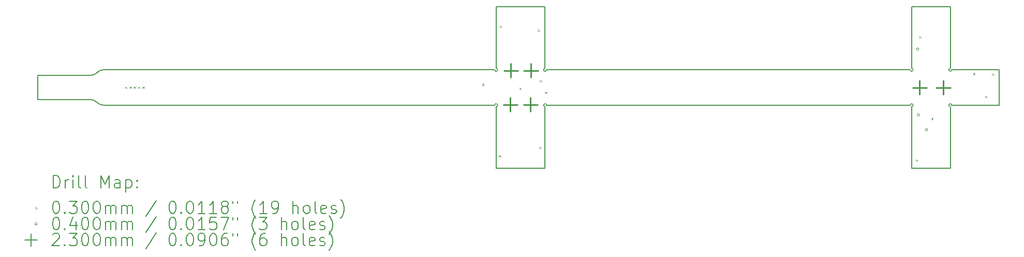
<source format=gbr>
%TF.GenerationSoftware,KiCad,Pcbnew,7.0.7*%
%TF.CreationDate,2024-05-14T22:47:57+02:00*%
%TF.ProjectId,Pinky_V1,50696e6b-795f-4563-912e-6b696361645f,rev?*%
%TF.SameCoordinates,Original*%
%TF.FileFunction,Drillmap*%
%TF.FilePolarity,Positive*%
%FSLAX45Y45*%
G04 Gerber Fmt 4.5, Leading zero omitted, Abs format (unit mm)*
G04 Created by KiCad (PCBNEW 7.0.7) date 2024-05-14 22:47:57*
%MOMM*%
%LPD*%
G01*
G04 APERTURE LIST*
%ADD10C,0.200000*%
%ADD11C,0.030000*%
%ADD12C,0.040000*%
%ADD13C,0.230000*%
G04 APERTURE END LIST*
D10*
X20488000Y-12114400D02*
X14538000Y-12114400D01*
X13713000Y-10499400D02*
X14513000Y-10499400D01*
X20488000Y-11534400D02*
G75*
G03*
X20513000Y-11509400I25000J0D01*
G01*
X14513000Y-10499400D02*
X14513000Y-11509400D01*
X13713000Y-13149400D02*
X13713000Y-12139400D01*
X21143000Y-10499400D02*
X21143000Y-11509400D01*
X14513000Y-11509400D02*
G75*
G03*
X14538000Y-11534400I0J-25000D01*
G01*
X14538000Y-11534400D02*
X20488000Y-11534400D01*
X13688000Y-11534400D02*
G75*
G03*
X13713000Y-11509400I25000J0D01*
G01*
X21943000Y-11534400D02*
X21943000Y-12114400D01*
X14513000Y-12139400D02*
X14513000Y-13149400D01*
X20513000Y-11509400D02*
X20513000Y-10499400D01*
X14513000Y-13149400D02*
X13713000Y-13149400D01*
X21143000Y-11509400D02*
G75*
G03*
X21168000Y-11534400I0J-25000D01*
G01*
X6213000Y-11624400D02*
X7075522Y-11624400D01*
X21168000Y-12114400D02*
G75*
G03*
X21143000Y-12139400I-25000J0D01*
G01*
X14538000Y-12114400D02*
G75*
G03*
X14513000Y-12139400I-25000J0D01*
G01*
X20513000Y-10499400D02*
X21143000Y-10499400D01*
X21143000Y-13149400D02*
X20513000Y-13149400D01*
X21943000Y-12114400D02*
X21168000Y-12114400D01*
X7289765Y-11534404D02*
G75*
G03*
X7182644Y-11579400I-5J-149996D01*
G01*
X7289765Y-11534400D02*
X13688000Y-11534400D01*
X6213000Y-12024400D02*
X6213000Y-11624400D01*
X7182641Y-12069403D02*
G75*
G03*
X7289765Y-12114400I107119J105003D01*
G01*
X7075522Y-12024400D02*
X6213000Y-12024400D01*
X21168000Y-11534400D02*
X21943000Y-11534400D01*
X13713000Y-11509400D02*
X13713000Y-10499400D01*
X13688000Y-12114400D02*
X7289765Y-12114400D01*
X21143000Y-12139400D02*
X21143000Y-13149400D01*
X20513000Y-12139400D02*
G75*
G03*
X20488000Y-12114400I0J25000D01*
G01*
X20513000Y-13149400D02*
X20513000Y-12139400D01*
X7182645Y-12069399D02*
G75*
G03*
X7075522Y-12024400I-107125J-105011D01*
G01*
X7075522Y-11624402D02*
G75*
G03*
X7182644Y-11579400I-3J150002D01*
G01*
X13713000Y-12139400D02*
G75*
G03*
X13688000Y-12114400I0J25000D01*
G01*
D11*
X7642372Y-11810400D02*
X7672372Y-11840400D01*
X7672372Y-11810400D02*
X7642372Y-11840400D01*
X7712372Y-11810400D02*
X7742372Y-11840400D01*
X7742372Y-11810400D02*
X7712372Y-11840400D01*
X7782372Y-11810400D02*
X7812372Y-11840400D01*
X7812372Y-11810400D02*
X7782372Y-11840400D01*
X7852372Y-11810400D02*
X7882372Y-11840400D01*
X7882372Y-11810400D02*
X7852372Y-11840400D01*
X7922372Y-11810400D02*
X7952372Y-11840400D01*
X7952372Y-11810400D02*
X7922372Y-11840400D01*
X13482000Y-11761400D02*
X13512000Y-11791400D01*
X13512000Y-11761400D02*
X13482000Y-11791400D01*
X13756000Y-12933400D02*
X13786000Y-12963400D01*
X13786000Y-12933400D02*
X13756000Y-12963400D01*
X13770000Y-10808399D02*
X13800000Y-10838399D01*
X13800000Y-10808399D02*
X13770000Y-10838399D01*
X14093000Y-11826400D02*
X14123000Y-11856400D01*
X14123000Y-11826400D02*
X14093000Y-11856400D01*
X14393000Y-10873400D02*
X14423000Y-10903400D01*
X14423000Y-10873400D02*
X14393000Y-10903400D01*
X14418000Y-12796400D02*
X14448000Y-12826400D01*
X14448000Y-12796400D02*
X14418000Y-12826400D01*
X14425000Y-11705400D02*
X14455000Y-11735400D01*
X14455000Y-11705400D02*
X14425000Y-11735400D01*
X14510000Y-11895400D02*
X14540000Y-11925400D01*
X14540000Y-11895400D02*
X14510000Y-11925400D01*
X20578000Y-13003398D02*
X20608000Y-13033398D01*
X20608000Y-13003398D02*
X20578000Y-13033398D01*
X20632000Y-10985400D02*
X20662000Y-11015400D01*
X20662000Y-10985400D02*
X20632000Y-11015400D01*
X20831000Y-12319400D02*
X20861000Y-12349400D01*
X20861000Y-12319400D02*
X20831000Y-12349400D01*
X21517000Y-11584350D02*
X21547000Y-11614350D01*
X21547000Y-11584350D02*
X21517000Y-11614350D01*
X21713000Y-11961400D02*
X21743000Y-11991400D01*
X21743000Y-11961400D02*
X21713000Y-11991400D01*
X21826000Y-11592400D02*
X21856000Y-11622400D01*
X21856000Y-11592400D02*
X21826000Y-11622400D01*
D12*
X20629000Y-11194400D02*
G75*
G03*
X20629000Y-11194400I-20000J0D01*
G01*
X20643000Y-12271400D02*
G75*
G03*
X20643000Y-12271400I-20000J0D01*
G01*
X20773000Y-12511400D02*
G75*
G03*
X20773000Y-12511400I-20000J0D01*
G01*
D13*
X13943000Y-11991400D02*
X13943000Y-12221400D01*
X13828000Y-12106400D02*
X14058000Y-12106400D01*
X13953000Y-11431400D02*
X13953000Y-11661400D01*
X13838000Y-11546400D02*
X14068000Y-11546400D01*
X14273000Y-11991400D02*
X14273000Y-12221400D01*
X14158000Y-12106400D02*
X14388000Y-12106400D01*
X14281000Y-11431400D02*
X14281000Y-11661400D01*
X14166000Y-11546400D02*
X14396000Y-11546400D01*
X20643000Y-11711400D02*
X20643000Y-11941400D01*
X20528000Y-11826400D02*
X20758000Y-11826400D01*
X21028000Y-11711400D02*
X21028000Y-11941400D01*
X20913000Y-11826400D02*
X21143000Y-11826400D01*
D10*
X6463776Y-13470884D02*
X6463776Y-13270884D01*
X6463776Y-13270884D02*
X6511395Y-13270884D01*
X6511395Y-13270884D02*
X6539967Y-13280408D01*
X6539967Y-13280408D02*
X6559015Y-13299455D01*
X6559015Y-13299455D02*
X6568538Y-13318503D01*
X6568538Y-13318503D02*
X6578062Y-13356598D01*
X6578062Y-13356598D02*
X6578062Y-13385170D01*
X6578062Y-13385170D02*
X6568538Y-13423265D01*
X6568538Y-13423265D02*
X6559015Y-13442313D01*
X6559015Y-13442313D02*
X6539967Y-13461360D01*
X6539967Y-13461360D02*
X6511395Y-13470884D01*
X6511395Y-13470884D02*
X6463776Y-13470884D01*
X6663776Y-13470884D02*
X6663776Y-13337551D01*
X6663776Y-13375646D02*
X6673300Y-13356598D01*
X6673300Y-13356598D02*
X6682824Y-13347074D01*
X6682824Y-13347074D02*
X6701872Y-13337551D01*
X6701872Y-13337551D02*
X6720919Y-13337551D01*
X6787586Y-13470884D02*
X6787586Y-13337551D01*
X6787586Y-13270884D02*
X6778062Y-13280408D01*
X6778062Y-13280408D02*
X6787586Y-13289932D01*
X6787586Y-13289932D02*
X6797110Y-13280408D01*
X6797110Y-13280408D02*
X6787586Y-13270884D01*
X6787586Y-13270884D02*
X6787586Y-13289932D01*
X6911395Y-13470884D02*
X6892348Y-13461360D01*
X6892348Y-13461360D02*
X6882824Y-13442313D01*
X6882824Y-13442313D02*
X6882824Y-13270884D01*
X7016157Y-13470884D02*
X6997110Y-13461360D01*
X6997110Y-13461360D02*
X6987586Y-13442313D01*
X6987586Y-13442313D02*
X6987586Y-13270884D01*
X7244729Y-13470884D02*
X7244729Y-13270884D01*
X7244729Y-13270884D02*
X7311396Y-13413741D01*
X7311396Y-13413741D02*
X7378062Y-13270884D01*
X7378062Y-13270884D02*
X7378062Y-13470884D01*
X7559015Y-13470884D02*
X7559015Y-13366122D01*
X7559015Y-13366122D02*
X7549491Y-13347074D01*
X7549491Y-13347074D02*
X7530443Y-13337551D01*
X7530443Y-13337551D02*
X7492348Y-13337551D01*
X7492348Y-13337551D02*
X7473300Y-13347074D01*
X7559015Y-13461360D02*
X7539967Y-13470884D01*
X7539967Y-13470884D02*
X7492348Y-13470884D01*
X7492348Y-13470884D02*
X7473300Y-13461360D01*
X7473300Y-13461360D02*
X7463776Y-13442313D01*
X7463776Y-13442313D02*
X7463776Y-13423265D01*
X7463776Y-13423265D02*
X7473300Y-13404217D01*
X7473300Y-13404217D02*
X7492348Y-13394694D01*
X7492348Y-13394694D02*
X7539967Y-13394694D01*
X7539967Y-13394694D02*
X7559015Y-13385170D01*
X7654253Y-13337551D02*
X7654253Y-13537551D01*
X7654253Y-13347074D02*
X7673300Y-13337551D01*
X7673300Y-13337551D02*
X7711396Y-13337551D01*
X7711396Y-13337551D02*
X7730443Y-13347074D01*
X7730443Y-13347074D02*
X7739967Y-13356598D01*
X7739967Y-13356598D02*
X7749491Y-13375646D01*
X7749491Y-13375646D02*
X7749491Y-13432789D01*
X7749491Y-13432789D02*
X7739967Y-13451836D01*
X7739967Y-13451836D02*
X7730443Y-13461360D01*
X7730443Y-13461360D02*
X7711396Y-13470884D01*
X7711396Y-13470884D02*
X7673300Y-13470884D01*
X7673300Y-13470884D02*
X7654253Y-13461360D01*
X7835205Y-13451836D02*
X7844729Y-13461360D01*
X7844729Y-13461360D02*
X7835205Y-13470884D01*
X7835205Y-13470884D02*
X7825681Y-13461360D01*
X7825681Y-13461360D02*
X7835205Y-13451836D01*
X7835205Y-13451836D02*
X7835205Y-13470884D01*
X7835205Y-13347074D02*
X7844729Y-13356598D01*
X7844729Y-13356598D02*
X7835205Y-13366122D01*
X7835205Y-13366122D02*
X7825681Y-13356598D01*
X7825681Y-13356598D02*
X7835205Y-13347074D01*
X7835205Y-13347074D02*
X7835205Y-13366122D01*
D11*
X6173000Y-13784400D02*
X6203000Y-13814400D01*
X6203000Y-13784400D02*
X6173000Y-13814400D01*
D10*
X6501872Y-13690884D02*
X6520919Y-13690884D01*
X6520919Y-13690884D02*
X6539967Y-13700408D01*
X6539967Y-13700408D02*
X6549491Y-13709932D01*
X6549491Y-13709932D02*
X6559015Y-13728979D01*
X6559015Y-13728979D02*
X6568538Y-13767074D01*
X6568538Y-13767074D02*
X6568538Y-13814694D01*
X6568538Y-13814694D02*
X6559015Y-13852789D01*
X6559015Y-13852789D02*
X6549491Y-13871836D01*
X6549491Y-13871836D02*
X6539967Y-13881360D01*
X6539967Y-13881360D02*
X6520919Y-13890884D01*
X6520919Y-13890884D02*
X6501872Y-13890884D01*
X6501872Y-13890884D02*
X6482824Y-13881360D01*
X6482824Y-13881360D02*
X6473300Y-13871836D01*
X6473300Y-13871836D02*
X6463776Y-13852789D01*
X6463776Y-13852789D02*
X6454253Y-13814694D01*
X6454253Y-13814694D02*
X6454253Y-13767074D01*
X6454253Y-13767074D02*
X6463776Y-13728979D01*
X6463776Y-13728979D02*
X6473300Y-13709932D01*
X6473300Y-13709932D02*
X6482824Y-13700408D01*
X6482824Y-13700408D02*
X6501872Y-13690884D01*
X6654253Y-13871836D02*
X6663776Y-13881360D01*
X6663776Y-13881360D02*
X6654253Y-13890884D01*
X6654253Y-13890884D02*
X6644729Y-13881360D01*
X6644729Y-13881360D02*
X6654253Y-13871836D01*
X6654253Y-13871836D02*
X6654253Y-13890884D01*
X6730443Y-13690884D02*
X6854253Y-13690884D01*
X6854253Y-13690884D02*
X6787586Y-13767074D01*
X6787586Y-13767074D02*
X6816157Y-13767074D01*
X6816157Y-13767074D02*
X6835205Y-13776598D01*
X6835205Y-13776598D02*
X6844729Y-13786122D01*
X6844729Y-13786122D02*
X6854253Y-13805170D01*
X6854253Y-13805170D02*
X6854253Y-13852789D01*
X6854253Y-13852789D02*
X6844729Y-13871836D01*
X6844729Y-13871836D02*
X6835205Y-13881360D01*
X6835205Y-13881360D02*
X6816157Y-13890884D01*
X6816157Y-13890884D02*
X6759015Y-13890884D01*
X6759015Y-13890884D02*
X6739967Y-13881360D01*
X6739967Y-13881360D02*
X6730443Y-13871836D01*
X6978062Y-13690884D02*
X6997110Y-13690884D01*
X6997110Y-13690884D02*
X7016157Y-13700408D01*
X7016157Y-13700408D02*
X7025681Y-13709932D01*
X7025681Y-13709932D02*
X7035205Y-13728979D01*
X7035205Y-13728979D02*
X7044729Y-13767074D01*
X7044729Y-13767074D02*
X7044729Y-13814694D01*
X7044729Y-13814694D02*
X7035205Y-13852789D01*
X7035205Y-13852789D02*
X7025681Y-13871836D01*
X7025681Y-13871836D02*
X7016157Y-13881360D01*
X7016157Y-13881360D02*
X6997110Y-13890884D01*
X6997110Y-13890884D02*
X6978062Y-13890884D01*
X6978062Y-13890884D02*
X6959015Y-13881360D01*
X6959015Y-13881360D02*
X6949491Y-13871836D01*
X6949491Y-13871836D02*
X6939967Y-13852789D01*
X6939967Y-13852789D02*
X6930443Y-13814694D01*
X6930443Y-13814694D02*
X6930443Y-13767074D01*
X6930443Y-13767074D02*
X6939967Y-13728979D01*
X6939967Y-13728979D02*
X6949491Y-13709932D01*
X6949491Y-13709932D02*
X6959015Y-13700408D01*
X6959015Y-13700408D02*
X6978062Y-13690884D01*
X7168538Y-13690884D02*
X7187586Y-13690884D01*
X7187586Y-13690884D02*
X7206634Y-13700408D01*
X7206634Y-13700408D02*
X7216157Y-13709932D01*
X7216157Y-13709932D02*
X7225681Y-13728979D01*
X7225681Y-13728979D02*
X7235205Y-13767074D01*
X7235205Y-13767074D02*
X7235205Y-13814694D01*
X7235205Y-13814694D02*
X7225681Y-13852789D01*
X7225681Y-13852789D02*
X7216157Y-13871836D01*
X7216157Y-13871836D02*
X7206634Y-13881360D01*
X7206634Y-13881360D02*
X7187586Y-13890884D01*
X7187586Y-13890884D02*
X7168538Y-13890884D01*
X7168538Y-13890884D02*
X7149491Y-13881360D01*
X7149491Y-13881360D02*
X7139967Y-13871836D01*
X7139967Y-13871836D02*
X7130443Y-13852789D01*
X7130443Y-13852789D02*
X7120919Y-13814694D01*
X7120919Y-13814694D02*
X7120919Y-13767074D01*
X7120919Y-13767074D02*
X7130443Y-13728979D01*
X7130443Y-13728979D02*
X7139967Y-13709932D01*
X7139967Y-13709932D02*
X7149491Y-13700408D01*
X7149491Y-13700408D02*
X7168538Y-13690884D01*
X7320919Y-13890884D02*
X7320919Y-13757551D01*
X7320919Y-13776598D02*
X7330443Y-13767074D01*
X7330443Y-13767074D02*
X7349491Y-13757551D01*
X7349491Y-13757551D02*
X7378062Y-13757551D01*
X7378062Y-13757551D02*
X7397110Y-13767074D01*
X7397110Y-13767074D02*
X7406634Y-13786122D01*
X7406634Y-13786122D02*
X7406634Y-13890884D01*
X7406634Y-13786122D02*
X7416157Y-13767074D01*
X7416157Y-13767074D02*
X7435205Y-13757551D01*
X7435205Y-13757551D02*
X7463776Y-13757551D01*
X7463776Y-13757551D02*
X7482824Y-13767074D01*
X7482824Y-13767074D02*
X7492348Y-13786122D01*
X7492348Y-13786122D02*
X7492348Y-13890884D01*
X7587586Y-13890884D02*
X7587586Y-13757551D01*
X7587586Y-13776598D02*
X7597110Y-13767074D01*
X7597110Y-13767074D02*
X7616157Y-13757551D01*
X7616157Y-13757551D02*
X7644729Y-13757551D01*
X7644729Y-13757551D02*
X7663777Y-13767074D01*
X7663777Y-13767074D02*
X7673300Y-13786122D01*
X7673300Y-13786122D02*
X7673300Y-13890884D01*
X7673300Y-13786122D02*
X7682824Y-13767074D01*
X7682824Y-13767074D02*
X7701872Y-13757551D01*
X7701872Y-13757551D02*
X7730443Y-13757551D01*
X7730443Y-13757551D02*
X7749491Y-13767074D01*
X7749491Y-13767074D02*
X7759015Y-13786122D01*
X7759015Y-13786122D02*
X7759015Y-13890884D01*
X8149491Y-13681360D02*
X7978062Y-13938503D01*
X8406634Y-13690884D02*
X8425682Y-13690884D01*
X8425682Y-13690884D02*
X8444729Y-13700408D01*
X8444729Y-13700408D02*
X8454253Y-13709932D01*
X8454253Y-13709932D02*
X8463777Y-13728979D01*
X8463777Y-13728979D02*
X8473301Y-13767074D01*
X8473301Y-13767074D02*
X8473301Y-13814694D01*
X8473301Y-13814694D02*
X8463777Y-13852789D01*
X8463777Y-13852789D02*
X8454253Y-13871836D01*
X8454253Y-13871836D02*
X8444729Y-13881360D01*
X8444729Y-13881360D02*
X8425682Y-13890884D01*
X8425682Y-13890884D02*
X8406634Y-13890884D01*
X8406634Y-13890884D02*
X8387586Y-13881360D01*
X8387586Y-13881360D02*
X8378062Y-13871836D01*
X8378062Y-13871836D02*
X8368539Y-13852789D01*
X8368539Y-13852789D02*
X8359015Y-13814694D01*
X8359015Y-13814694D02*
X8359015Y-13767074D01*
X8359015Y-13767074D02*
X8368539Y-13728979D01*
X8368539Y-13728979D02*
X8378062Y-13709932D01*
X8378062Y-13709932D02*
X8387586Y-13700408D01*
X8387586Y-13700408D02*
X8406634Y-13690884D01*
X8559015Y-13871836D02*
X8568539Y-13881360D01*
X8568539Y-13881360D02*
X8559015Y-13890884D01*
X8559015Y-13890884D02*
X8549491Y-13881360D01*
X8549491Y-13881360D02*
X8559015Y-13871836D01*
X8559015Y-13871836D02*
X8559015Y-13890884D01*
X8692348Y-13690884D02*
X8711396Y-13690884D01*
X8711396Y-13690884D02*
X8730443Y-13700408D01*
X8730443Y-13700408D02*
X8739967Y-13709932D01*
X8739967Y-13709932D02*
X8749491Y-13728979D01*
X8749491Y-13728979D02*
X8759015Y-13767074D01*
X8759015Y-13767074D02*
X8759015Y-13814694D01*
X8759015Y-13814694D02*
X8749491Y-13852789D01*
X8749491Y-13852789D02*
X8739967Y-13871836D01*
X8739967Y-13871836D02*
X8730443Y-13881360D01*
X8730443Y-13881360D02*
X8711396Y-13890884D01*
X8711396Y-13890884D02*
X8692348Y-13890884D01*
X8692348Y-13890884D02*
X8673301Y-13881360D01*
X8673301Y-13881360D02*
X8663777Y-13871836D01*
X8663777Y-13871836D02*
X8654253Y-13852789D01*
X8654253Y-13852789D02*
X8644729Y-13814694D01*
X8644729Y-13814694D02*
X8644729Y-13767074D01*
X8644729Y-13767074D02*
X8654253Y-13728979D01*
X8654253Y-13728979D02*
X8663777Y-13709932D01*
X8663777Y-13709932D02*
X8673301Y-13700408D01*
X8673301Y-13700408D02*
X8692348Y-13690884D01*
X8949491Y-13890884D02*
X8835205Y-13890884D01*
X8892348Y-13890884D02*
X8892348Y-13690884D01*
X8892348Y-13690884D02*
X8873301Y-13719455D01*
X8873301Y-13719455D02*
X8854253Y-13738503D01*
X8854253Y-13738503D02*
X8835205Y-13748027D01*
X9139967Y-13890884D02*
X9025682Y-13890884D01*
X9082824Y-13890884D02*
X9082824Y-13690884D01*
X9082824Y-13690884D02*
X9063777Y-13719455D01*
X9063777Y-13719455D02*
X9044729Y-13738503D01*
X9044729Y-13738503D02*
X9025682Y-13748027D01*
X9254253Y-13776598D02*
X9235205Y-13767074D01*
X9235205Y-13767074D02*
X9225682Y-13757551D01*
X9225682Y-13757551D02*
X9216158Y-13738503D01*
X9216158Y-13738503D02*
X9216158Y-13728979D01*
X9216158Y-13728979D02*
X9225682Y-13709932D01*
X9225682Y-13709932D02*
X9235205Y-13700408D01*
X9235205Y-13700408D02*
X9254253Y-13690884D01*
X9254253Y-13690884D02*
X9292348Y-13690884D01*
X9292348Y-13690884D02*
X9311396Y-13700408D01*
X9311396Y-13700408D02*
X9320920Y-13709932D01*
X9320920Y-13709932D02*
X9330443Y-13728979D01*
X9330443Y-13728979D02*
X9330443Y-13738503D01*
X9330443Y-13738503D02*
X9320920Y-13757551D01*
X9320920Y-13757551D02*
X9311396Y-13767074D01*
X9311396Y-13767074D02*
X9292348Y-13776598D01*
X9292348Y-13776598D02*
X9254253Y-13776598D01*
X9254253Y-13776598D02*
X9235205Y-13786122D01*
X9235205Y-13786122D02*
X9225682Y-13795646D01*
X9225682Y-13795646D02*
X9216158Y-13814694D01*
X9216158Y-13814694D02*
X9216158Y-13852789D01*
X9216158Y-13852789D02*
X9225682Y-13871836D01*
X9225682Y-13871836D02*
X9235205Y-13881360D01*
X9235205Y-13881360D02*
X9254253Y-13890884D01*
X9254253Y-13890884D02*
X9292348Y-13890884D01*
X9292348Y-13890884D02*
X9311396Y-13881360D01*
X9311396Y-13881360D02*
X9320920Y-13871836D01*
X9320920Y-13871836D02*
X9330443Y-13852789D01*
X9330443Y-13852789D02*
X9330443Y-13814694D01*
X9330443Y-13814694D02*
X9320920Y-13795646D01*
X9320920Y-13795646D02*
X9311396Y-13786122D01*
X9311396Y-13786122D02*
X9292348Y-13776598D01*
X9406634Y-13690884D02*
X9406634Y-13728979D01*
X9482824Y-13690884D02*
X9482824Y-13728979D01*
X9778063Y-13967074D02*
X9768539Y-13957551D01*
X9768539Y-13957551D02*
X9749491Y-13928979D01*
X9749491Y-13928979D02*
X9739967Y-13909932D01*
X9739967Y-13909932D02*
X9730444Y-13881360D01*
X9730444Y-13881360D02*
X9720920Y-13833741D01*
X9720920Y-13833741D02*
X9720920Y-13795646D01*
X9720920Y-13795646D02*
X9730444Y-13748027D01*
X9730444Y-13748027D02*
X9739967Y-13719455D01*
X9739967Y-13719455D02*
X9749491Y-13700408D01*
X9749491Y-13700408D02*
X9768539Y-13671836D01*
X9768539Y-13671836D02*
X9778063Y-13662313D01*
X9959015Y-13890884D02*
X9844729Y-13890884D01*
X9901872Y-13890884D02*
X9901872Y-13690884D01*
X9901872Y-13690884D02*
X9882824Y-13719455D01*
X9882824Y-13719455D02*
X9863777Y-13738503D01*
X9863777Y-13738503D02*
X9844729Y-13748027D01*
X10054253Y-13890884D02*
X10092348Y-13890884D01*
X10092348Y-13890884D02*
X10111396Y-13881360D01*
X10111396Y-13881360D02*
X10120920Y-13871836D01*
X10120920Y-13871836D02*
X10139967Y-13843265D01*
X10139967Y-13843265D02*
X10149491Y-13805170D01*
X10149491Y-13805170D02*
X10149491Y-13728979D01*
X10149491Y-13728979D02*
X10139967Y-13709932D01*
X10139967Y-13709932D02*
X10130444Y-13700408D01*
X10130444Y-13700408D02*
X10111396Y-13690884D01*
X10111396Y-13690884D02*
X10073301Y-13690884D01*
X10073301Y-13690884D02*
X10054253Y-13700408D01*
X10054253Y-13700408D02*
X10044729Y-13709932D01*
X10044729Y-13709932D02*
X10035205Y-13728979D01*
X10035205Y-13728979D02*
X10035205Y-13776598D01*
X10035205Y-13776598D02*
X10044729Y-13795646D01*
X10044729Y-13795646D02*
X10054253Y-13805170D01*
X10054253Y-13805170D02*
X10073301Y-13814694D01*
X10073301Y-13814694D02*
X10111396Y-13814694D01*
X10111396Y-13814694D02*
X10130444Y-13805170D01*
X10130444Y-13805170D02*
X10139967Y-13795646D01*
X10139967Y-13795646D02*
X10149491Y-13776598D01*
X10387586Y-13890884D02*
X10387586Y-13690884D01*
X10473301Y-13890884D02*
X10473301Y-13786122D01*
X10473301Y-13786122D02*
X10463777Y-13767074D01*
X10463777Y-13767074D02*
X10444729Y-13757551D01*
X10444729Y-13757551D02*
X10416158Y-13757551D01*
X10416158Y-13757551D02*
X10397110Y-13767074D01*
X10397110Y-13767074D02*
X10387586Y-13776598D01*
X10597110Y-13890884D02*
X10578063Y-13881360D01*
X10578063Y-13881360D02*
X10568539Y-13871836D01*
X10568539Y-13871836D02*
X10559015Y-13852789D01*
X10559015Y-13852789D02*
X10559015Y-13795646D01*
X10559015Y-13795646D02*
X10568539Y-13776598D01*
X10568539Y-13776598D02*
X10578063Y-13767074D01*
X10578063Y-13767074D02*
X10597110Y-13757551D01*
X10597110Y-13757551D02*
X10625682Y-13757551D01*
X10625682Y-13757551D02*
X10644729Y-13767074D01*
X10644729Y-13767074D02*
X10654253Y-13776598D01*
X10654253Y-13776598D02*
X10663777Y-13795646D01*
X10663777Y-13795646D02*
X10663777Y-13852789D01*
X10663777Y-13852789D02*
X10654253Y-13871836D01*
X10654253Y-13871836D02*
X10644729Y-13881360D01*
X10644729Y-13881360D02*
X10625682Y-13890884D01*
X10625682Y-13890884D02*
X10597110Y-13890884D01*
X10778063Y-13890884D02*
X10759015Y-13881360D01*
X10759015Y-13881360D02*
X10749491Y-13862313D01*
X10749491Y-13862313D02*
X10749491Y-13690884D01*
X10930444Y-13881360D02*
X10911396Y-13890884D01*
X10911396Y-13890884D02*
X10873301Y-13890884D01*
X10873301Y-13890884D02*
X10854253Y-13881360D01*
X10854253Y-13881360D02*
X10844729Y-13862313D01*
X10844729Y-13862313D02*
X10844729Y-13786122D01*
X10844729Y-13786122D02*
X10854253Y-13767074D01*
X10854253Y-13767074D02*
X10873301Y-13757551D01*
X10873301Y-13757551D02*
X10911396Y-13757551D01*
X10911396Y-13757551D02*
X10930444Y-13767074D01*
X10930444Y-13767074D02*
X10939967Y-13786122D01*
X10939967Y-13786122D02*
X10939967Y-13805170D01*
X10939967Y-13805170D02*
X10844729Y-13824217D01*
X11016158Y-13881360D02*
X11035206Y-13890884D01*
X11035206Y-13890884D02*
X11073301Y-13890884D01*
X11073301Y-13890884D02*
X11092348Y-13881360D01*
X11092348Y-13881360D02*
X11101872Y-13862313D01*
X11101872Y-13862313D02*
X11101872Y-13852789D01*
X11101872Y-13852789D02*
X11092348Y-13833741D01*
X11092348Y-13833741D02*
X11073301Y-13824217D01*
X11073301Y-13824217D02*
X11044729Y-13824217D01*
X11044729Y-13824217D02*
X11025682Y-13814694D01*
X11025682Y-13814694D02*
X11016158Y-13795646D01*
X11016158Y-13795646D02*
X11016158Y-13786122D01*
X11016158Y-13786122D02*
X11025682Y-13767074D01*
X11025682Y-13767074D02*
X11044729Y-13757551D01*
X11044729Y-13757551D02*
X11073301Y-13757551D01*
X11073301Y-13757551D02*
X11092348Y-13767074D01*
X11168539Y-13967074D02*
X11178063Y-13957551D01*
X11178063Y-13957551D02*
X11197110Y-13928979D01*
X11197110Y-13928979D02*
X11206634Y-13909932D01*
X11206634Y-13909932D02*
X11216158Y-13881360D01*
X11216158Y-13881360D02*
X11225682Y-13833741D01*
X11225682Y-13833741D02*
X11225682Y-13795646D01*
X11225682Y-13795646D02*
X11216158Y-13748027D01*
X11216158Y-13748027D02*
X11206634Y-13719455D01*
X11206634Y-13719455D02*
X11197110Y-13700408D01*
X11197110Y-13700408D02*
X11178063Y-13671836D01*
X11178063Y-13671836D02*
X11168539Y-13662313D01*
D12*
X6203000Y-14063400D02*
G75*
G03*
X6203000Y-14063400I-20000J0D01*
G01*
D10*
X6501872Y-13954884D02*
X6520919Y-13954884D01*
X6520919Y-13954884D02*
X6539967Y-13964408D01*
X6539967Y-13964408D02*
X6549491Y-13973932D01*
X6549491Y-13973932D02*
X6559015Y-13992979D01*
X6559015Y-13992979D02*
X6568538Y-14031074D01*
X6568538Y-14031074D02*
X6568538Y-14078694D01*
X6568538Y-14078694D02*
X6559015Y-14116789D01*
X6559015Y-14116789D02*
X6549491Y-14135836D01*
X6549491Y-14135836D02*
X6539967Y-14145360D01*
X6539967Y-14145360D02*
X6520919Y-14154884D01*
X6520919Y-14154884D02*
X6501872Y-14154884D01*
X6501872Y-14154884D02*
X6482824Y-14145360D01*
X6482824Y-14145360D02*
X6473300Y-14135836D01*
X6473300Y-14135836D02*
X6463776Y-14116789D01*
X6463776Y-14116789D02*
X6454253Y-14078694D01*
X6454253Y-14078694D02*
X6454253Y-14031074D01*
X6454253Y-14031074D02*
X6463776Y-13992979D01*
X6463776Y-13992979D02*
X6473300Y-13973932D01*
X6473300Y-13973932D02*
X6482824Y-13964408D01*
X6482824Y-13964408D02*
X6501872Y-13954884D01*
X6654253Y-14135836D02*
X6663776Y-14145360D01*
X6663776Y-14145360D02*
X6654253Y-14154884D01*
X6654253Y-14154884D02*
X6644729Y-14145360D01*
X6644729Y-14145360D02*
X6654253Y-14135836D01*
X6654253Y-14135836D02*
X6654253Y-14154884D01*
X6835205Y-14021551D02*
X6835205Y-14154884D01*
X6787586Y-13945360D02*
X6739967Y-14088217D01*
X6739967Y-14088217D02*
X6863776Y-14088217D01*
X6978062Y-13954884D02*
X6997110Y-13954884D01*
X6997110Y-13954884D02*
X7016157Y-13964408D01*
X7016157Y-13964408D02*
X7025681Y-13973932D01*
X7025681Y-13973932D02*
X7035205Y-13992979D01*
X7035205Y-13992979D02*
X7044729Y-14031074D01*
X7044729Y-14031074D02*
X7044729Y-14078694D01*
X7044729Y-14078694D02*
X7035205Y-14116789D01*
X7035205Y-14116789D02*
X7025681Y-14135836D01*
X7025681Y-14135836D02*
X7016157Y-14145360D01*
X7016157Y-14145360D02*
X6997110Y-14154884D01*
X6997110Y-14154884D02*
X6978062Y-14154884D01*
X6978062Y-14154884D02*
X6959015Y-14145360D01*
X6959015Y-14145360D02*
X6949491Y-14135836D01*
X6949491Y-14135836D02*
X6939967Y-14116789D01*
X6939967Y-14116789D02*
X6930443Y-14078694D01*
X6930443Y-14078694D02*
X6930443Y-14031074D01*
X6930443Y-14031074D02*
X6939967Y-13992979D01*
X6939967Y-13992979D02*
X6949491Y-13973932D01*
X6949491Y-13973932D02*
X6959015Y-13964408D01*
X6959015Y-13964408D02*
X6978062Y-13954884D01*
X7168538Y-13954884D02*
X7187586Y-13954884D01*
X7187586Y-13954884D02*
X7206634Y-13964408D01*
X7206634Y-13964408D02*
X7216157Y-13973932D01*
X7216157Y-13973932D02*
X7225681Y-13992979D01*
X7225681Y-13992979D02*
X7235205Y-14031074D01*
X7235205Y-14031074D02*
X7235205Y-14078694D01*
X7235205Y-14078694D02*
X7225681Y-14116789D01*
X7225681Y-14116789D02*
X7216157Y-14135836D01*
X7216157Y-14135836D02*
X7206634Y-14145360D01*
X7206634Y-14145360D02*
X7187586Y-14154884D01*
X7187586Y-14154884D02*
X7168538Y-14154884D01*
X7168538Y-14154884D02*
X7149491Y-14145360D01*
X7149491Y-14145360D02*
X7139967Y-14135836D01*
X7139967Y-14135836D02*
X7130443Y-14116789D01*
X7130443Y-14116789D02*
X7120919Y-14078694D01*
X7120919Y-14078694D02*
X7120919Y-14031074D01*
X7120919Y-14031074D02*
X7130443Y-13992979D01*
X7130443Y-13992979D02*
X7139967Y-13973932D01*
X7139967Y-13973932D02*
X7149491Y-13964408D01*
X7149491Y-13964408D02*
X7168538Y-13954884D01*
X7320919Y-14154884D02*
X7320919Y-14021551D01*
X7320919Y-14040598D02*
X7330443Y-14031074D01*
X7330443Y-14031074D02*
X7349491Y-14021551D01*
X7349491Y-14021551D02*
X7378062Y-14021551D01*
X7378062Y-14021551D02*
X7397110Y-14031074D01*
X7397110Y-14031074D02*
X7406634Y-14050122D01*
X7406634Y-14050122D02*
X7406634Y-14154884D01*
X7406634Y-14050122D02*
X7416157Y-14031074D01*
X7416157Y-14031074D02*
X7435205Y-14021551D01*
X7435205Y-14021551D02*
X7463776Y-14021551D01*
X7463776Y-14021551D02*
X7482824Y-14031074D01*
X7482824Y-14031074D02*
X7492348Y-14050122D01*
X7492348Y-14050122D02*
X7492348Y-14154884D01*
X7587586Y-14154884D02*
X7587586Y-14021551D01*
X7587586Y-14040598D02*
X7597110Y-14031074D01*
X7597110Y-14031074D02*
X7616157Y-14021551D01*
X7616157Y-14021551D02*
X7644729Y-14021551D01*
X7644729Y-14021551D02*
X7663777Y-14031074D01*
X7663777Y-14031074D02*
X7673300Y-14050122D01*
X7673300Y-14050122D02*
X7673300Y-14154884D01*
X7673300Y-14050122D02*
X7682824Y-14031074D01*
X7682824Y-14031074D02*
X7701872Y-14021551D01*
X7701872Y-14021551D02*
X7730443Y-14021551D01*
X7730443Y-14021551D02*
X7749491Y-14031074D01*
X7749491Y-14031074D02*
X7759015Y-14050122D01*
X7759015Y-14050122D02*
X7759015Y-14154884D01*
X8149491Y-13945360D02*
X7978062Y-14202503D01*
X8406634Y-13954884D02*
X8425682Y-13954884D01*
X8425682Y-13954884D02*
X8444729Y-13964408D01*
X8444729Y-13964408D02*
X8454253Y-13973932D01*
X8454253Y-13973932D02*
X8463777Y-13992979D01*
X8463777Y-13992979D02*
X8473301Y-14031074D01*
X8473301Y-14031074D02*
X8473301Y-14078694D01*
X8473301Y-14078694D02*
X8463777Y-14116789D01*
X8463777Y-14116789D02*
X8454253Y-14135836D01*
X8454253Y-14135836D02*
X8444729Y-14145360D01*
X8444729Y-14145360D02*
X8425682Y-14154884D01*
X8425682Y-14154884D02*
X8406634Y-14154884D01*
X8406634Y-14154884D02*
X8387586Y-14145360D01*
X8387586Y-14145360D02*
X8378062Y-14135836D01*
X8378062Y-14135836D02*
X8368539Y-14116789D01*
X8368539Y-14116789D02*
X8359015Y-14078694D01*
X8359015Y-14078694D02*
X8359015Y-14031074D01*
X8359015Y-14031074D02*
X8368539Y-13992979D01*
X8368539Y-13992979D02*
X8378062Y-13973932D01*
X8378062Y-13973932D02*
X8387586Y-13964408D01*
X8387586Y-13964408D02*
X8406634Y-13954884D01*
X8559015Y-14135836D02*
X8568539Y-14145360D01*
X8568539Y-14145360D02*
X8559015Y-14154884D01*
X8559015Y-14154884D02*
X8549491Y-14145360D01*
X8549491Y-14145360D02*
X8559015Y-14135836D01*
X8559015Y-14135836D02*
X8559015Y-14154884D01*
X8692348Y-13954884D02*
X8711396Y-13954884D01*
X8711396Y-13954884D02*
X8730443Y-13964408D01*
X8730443Y-13964408D02*
X8739967Y-13973932D01*
X8739967Y-13973932D02*
X8749491Y-13992979D01*
X8749491Y-13992979D02*
X8759015Y-14031074D01*
X8759015Y-14031074D02*
X8759015Y-14078694D01*
X8759015Y-14078694D02*
X8749491Y-14116789D01*
X8749491Y-14116789D02*
X8739967Y-14135836D01*
X8739967Y-14135836D02*
X8730443Y-14145360D01*
X8730443Y-14145360D02*
X8711396Y-14154884D01*
X8711396Y-14154884D02*
X8692348Y-14154884D01*
X8692348Y-14154884D02*
X8673301Y-14145360D01*
X8673301Y-14145360D02*
X8663777Y-14135836D01*
X8663777Y-14135836D02*
X8654253Y-14116789D01*
X8654253Y-14116789D02*
X8644729Y-14078694D01*
X8644729Y-14078694D02*
X8644729Y-14031074D01*
X8644729Y-14031074D02*
X8654253Y-13992979D01*
X8654253Y-13992979D02*
X8663777Y-13973932D01*
X8663777Y-13973932D02*
X8673301Y-13964408D01*
X8673301Y-13964408D02*
X8692348Y-13954884D01*
X8949491Y-14154884D02*
X8835205Y-14154884D01*
X8892348Y-14154884D02*
X8892348Y-13954884D01*
X8892348Y-13954884D02*
X8873301Y-13983455D01*
X8873301Y-13983455D02*
X8854253Y-14002503D01*
X8854253Y-14002503D02*
X8835205Y-14012027D01*
X9130443Y-13954884D02*
X9035205Y-13954884D01*
X9035205Y-13954884D02*
X9025682Y-14050122D01*
X9025682Y-14050122D02*
X9035205Y-14040598D01*
X9035205Y-14040598D02*
X9054253Y-14031074D01*
X9054253Y-14031074D02*
X9101872Y-14031074D01*
X9101872Y-14031074D02*
X9120920Y-14040598D01*
X9120920Y-14040598D02*
X9130443Y-14050122D01*
X9130443Y-14050122D02*
X9139967Y-14069170D01*
X9139967Y-14069170D02*
X9139967Y-14116789D01*
X9139967Y-14116789D02*
X9130443Y-14135836D01*
X9130443Y-14135836D02*
X9120920Y-14145360D01*
X9120920Y-14145360D02*
X9101872Y-14154884D01*
X9101872Y-14154884D02*
X9054253Y-14154884D01*
X9054253Y-14154884D02*
X9035205Y-14145360D01*
X9035205Y-14145360D02*
X9025682Y-14135836D01*
X9206634Y-13954884D02*
X9339967Y-13954884D01*
X9339967Y-13954884D02*
X9254253Y-14154884D01*
X9406634Y-13954884D02*
X9406634Y-13992979D01*
X9482824Y-13954884D02*
X9482824Y-13992979D01*
X9778063Y-14231074D02*
X9768539Y-14221551D01*
X9768539Y-14221551D02*
X9749491Y-14192979D01*
X9749491Y-14192979D02*
X9739967Y-14173932D01*
X9739967Y-14173932D02*
X9730444Y-14145360D01*
X9730444Y-14145360D02*
X9720920Y-14097741D01*
X9720920Y-14097741D02*
X9720920Y-14059646D01*
X9720920Y-14059646D02*
X9730444Y-14012027D01*
X9730444Y-14012027D02*
X9739967Y-13983455D01*
X9739967Y-13983455D02*
X9749491Y-13964408D01*
X9749491Y-13964408D02*
X9768539Y-13935836D01*
X9768539Y-13935836D02*
X9778063Y-13926313D01*
X9835205Y-13954884D02*
X9959015Y-13954884D01*
X9959015Y-13954884D02*
X9892348Y-14031074D01*
X9892348Y-14031074D02*
X9920920Y-14031074D01*
X9920920Y-14031074D02*
X9939967Y-14040598D01*
X9939967Y-14040598D02*
X9949491Y-14050122D01*
X9949491Y-14050122D02*
X9959015Y-14069170D01*
X9959015Y-14069170D02*
X9959015Y-14116789D01*
X9959015Y-14116789D02*
X9949491Y-14135836D01*
X9949491Y-14135836D02*
X9939967Y-14145360D01*
X9939967Y-14145360D02*
X9920920Y-14154884D01*
X9920920Y-14154884D02*
X9863777Y-14154884D01*
X9863777Y-14154884D02*
X9844729Y-14145360D01*
X9844729Y-14145360D02*
X9835205Y-14135836D01*
X10197110Y-14154884D02*
X10197110Y-13954884D01*
X10282825Y-14154884D02*
X10282825Y-14050122D01*
X10282825Y-14050122D02*
X10273301Y-14031074D01*
X10273301Y-14031074D02*
X10254253Y-14021551D01*
X10254253Y-14021551D02*
X10225682Y-14021551D01*
X10225682Y-14021551D02*
X10206634Y-14031074D01*
X10206634Y-14031074D02*
X10197110Y-14040598D01*
X10406634Y-14154884D02*
X10387586Y-14145360D01*
X10387586Y-14145360D02*
X10378063Y-14135836D01*
X10378063Y-14135836D02*
X10368539Y-14116789D01*
X10368539Y-14116789D02*
X10368539Y-14059646D01*
X10368539Y-14059646D02*
X10378063Y-14040598D01*
X10378063Y-14040598D02*
X10387586Y-14031074D01*
X10387586Y-14031074D02*
X10406634Y-14021551D01*
X10406634Y-14021551D02*
X10435206Y-14021551D01*
X10435206Y-14021551D02*
X10454253Y-14031074D01*
X10454253Y-14031074D02*
X10463777Y-14040598D01*
X10463777Y-14040598D02*
X10473301Y-14059646D01*
X10473301Y-14059646D02*
X10473301Y-14116789D01*
X10473301Y-14116789D02*
X10463777Y-14135836D01*
X10463777Y-14135836D02*
X10454253Y-14145360D01*
X10454253Y-14145360D02*
X10435206Y-14154884D01*
X10435206Y-14154884D02*
X10406634Y-14154884D01*
X10587586Y-14154884D02*
X10568539Y-14145360D01*
X10568539Y-14145360D02*
X10559015Y-14126313D01*
X10559015Y-14126313D02*
X10559015Y-13954884D01*
X10739967Y-14145360D02*
X10720920Y-14154884D01*
X10720920Y-14154884D02*
X10682825Y-14154884D01*
X10682825Y-14154884D02*
X10663777Y-14145360D01*
X10663777Y-14145360D02*
X10654253Y-14126313D01*
X10654253Y-14126313D02*
X10654253Y-14050122D01*
X10654253Y-14050122D02*
X10663777Y-14031074D01*
X10663777Y-14031074D02*
X10682825Y-14021551D01*
X10682825Y-14021551D02*
X10720920Y-14021551D01*
X10720920Y-14021551D02*
X10739967Y-14031074D01*
X10739967Y-14031074D02*
X10749491Y-14050122D01*
X10749491Y-14050122D02*
X10749491Y-14069170D01*
X10749491Y-14069170D02*
X10654253Y-14088217D01*
X10825682Y-14145360D02*
X10844729Y-14154884D01*
X10844729Y-14154884D02*
X10882825Y-14154884D01*
X10882825Y-14154884D02*
X10901872Y-14145360D01*
X10901872Y-14145360D02*
X10911396Y-14126313D01*
X10911396Y-14126313D02*
X10911396Y-14116789D01*
X10911396Y-14116789D02*
X10901872Y-14097741D01*
X10901872Y-14097741D02*
X10882825Y-14088217D01*
X10882825Y-14088217D02*
X10854253Y-14088217D01*
X10854253Y-14088217D02*
X10835206Y-14078694D01*
X10835206Y-14078694D02*
X10825682Y-14059646D01*
X10825682Y-14059646D02*
X10825682Y-14050122D01*
X10825682Y-14050122D02*
X10835206Y-14031074D01*
X10835206Y-14031074D02*
X10854253Y-14021551D01*
X10854253Y-14021551D02*
X10882825Y-14021551D01*
X10882825Y-14021551D02*
X10901872Y-14031074D01*
X10978063Y-14231074D02*
X10987587Y-14221551D01*
X10987587Y-14221551D02*
X11006634Y-14192979D01*
X11006634Y-14192979D02*
X11016158Y-14173932D01*
X11016158Y-14173932D02*
X11025682Y-14145360D01*
X11025682Y-14145360D02*
X11035206Y-14097741D01*
X11035206Y-14097741D02*
X11035206Y-14059646D01*
X11035206Y-14059646D02*
X11025682Y-14012027D01*
X11025682Y-14012027D02*
X11016158Y-13983455D01*
X11016158Y-13983455D02*
X11006634Y-13964408D01*
X11006634Y-13964408D02*
X10987587Y-13935836D01*
X10987587Y-13935836D02*
X10978063Y-13926313D01*
X6103000Y-14227400D02*
X6103000Y-14427400D01*
X6003000Y-14327400D02*
X6203000Y-14327400D01*
X6454253Y-14237932D02*
X6463776Y-14228408D01*
X6463776Y-14228408D02*
X6482824Y-14218884D01*
X6482824Y-14218884D02*
X6530443Y-14218884D01*
X6530443Y-14218884D02*
X6549491Y-14228408D01*
X6549491Y-14228408D02*
X6559015Y-14237932D01*
X6559015Y-14237932D02*
X6568538Y-14256979D01*
X6568538Y-14256979D02*
X6568538Y-14276027D01*
X6568538Y-14276027D02*
X6559015Y-14304598D01*
X6559015Y-14304598D02*
X6444729Y-14418884D01*
X6444729Y-14418884D02*
X6568538Y-14418884D01*
X6654253Y-14399836D02*
X6663776Y-14409360D01*
X6663776Y-14409360D02*
X6654253Y-14418884D01*
X6654253Y-14418884D02*
X6644729Y-14409360D01*
X6644729Y-14409360D02*
X6654253Y-14399836D01*
X6654253Y-14399836D02*
X6654253Y-14418884D01*
X6730443Y-14218884D02*
X6854253Y-14218884D01*
X6854253Y-14218884D02*
X6787586Y-14295074D01*
X6787586Y-14295074D02*
X6816157Y-14295074D01*
X6816157Y-14295074D02*
X6835205Y-14304598D01*
X6835205Y-14304598D02*
X6844729Y-14314122D01*
X6844729Y-14314122D02*
X6854253Y-14333170D01*
X6854253Y-14333170D02*
X6854253Y-14380789D01*
X6854253Y-14380789D02*
X6844729Y-14399836D01*
X6844729Y-14399836D02*
X6835205Y-14409360D01*
X6835205Y-14409360D02*
X6816157Y-14418884D01*
X6816157Y-14418884D02*
X6759015Y-14418884D01*
X6759015Y-14418884D02*
X6739967Y-14409360D01*
X6739967Y-14409360D02*
X6730443Y-14399836D01*
X6978062Y-14218884D02*
X6997110Y-14218884D01*
X6997110Y-14218884D02*
X7016157Y-14228408D01*
X7016157Y-14228408D02*
X7025681Y-14237932D01*
X7025681Y-14237932D02*
X7035205Y-14256979D01*
X7035205Y-14256979D02*
X7044729Y-14295074D01*
X7044729Y-14295074D02*
X7044729Y-14342694D01*
X7044729Y-14342694D02*
X7035205Y-14380789D01*
X7035205Y-14380789D02*
X7025681Y-14399836D01*
X7025681Y-14399836D02*
X7016157Y-14409360D01*
X7016157Y-14409360D02*
X6997110Y-14418884D01*
X6997110Y-14418884D02*
X6978062Y-14418884D01*
X6978062Y-14418884D02*
X6959015Y-14409360D01*
X6959015Y-14409360D02*
X6949491Y-14399836D01*
X6949491Y-14399836D02*
X6939967Y-14380789D01*
X6939967Y-14380789D02*
X6930443Y-14342694D01*
X6930443Y-14342694D02*
X6930443Y-14295074D01*
X6930443Y-14295074D02*
X6939967Y-14256979D01*
X6939967Y-14256979D02*
X6949491Y-14237932D01*
X6949491Y-14237932D02*
X6959015Y-14228408D01*
X6959015Y-14228408D02*
X6978062Y-14218884D01*
X7168538Y-14218884D02*
X7187586Y-14218884D01*
X7187586Y-14218884D02*
X7206634Y-14228408D01*
X7206634Y-14228408D02*
X7216157Y-14237932D01*
X7216157Y-14237932D02*
X7225681Y-14256979D01*
X7225681Y-14256979D02*
X7235205Y-14295074D01*
X7235205Y-14295074D02*
X7235205Y-14342694D01*
X7235205Y-14342694D02*
X7225681Y-14380789D01*
X7225681Y-14380789D02*
X7216157Y-14399836D01*
X7216157Y-14399836D02*
X7206634Y-14409360D01*
X7206634Y-14409360D02*
X7187586Y-14418884D01*
X7187586Y-14418884D02*
X7168538Y-14418884D01*
X7168538Y-14418884D02*
X7149491Y-14409360D01*
X7149491Y-14409360D02*
X7139967Y-14399836D01*
X7139967Y-14399836D02*
X7130443Y-14380789D01*
X7130443Y-14380789D02*
X7120919Y-14342694D01*
X7120919Y-14342694D02*
X7120919Y-14295074D01*
X7120919Y-14295074D02*
X7130443Y-14256979D01*
X7130443Y-14256979D02*
X7139967Y-14237932D01*
X7139967Y-14237932D02*
X7149491Y-14228408D01*
X7149491Y-14228408D02*
X7168538Y-14218884D01*
X7320919Y-14418884D02*
X7320919Y-14285551D01*
X7320919Y-14304598D02*
X7330443Y-14295074D01*
X7330443Y-14295074D02*
X7349491Y-14285551D01*
X7349491Y-14285551D02*
X7378062Y-14285551D01*
X7378062Y-14285551D02*
X7397110Y-14295074D01*
X7397110Y-14295074D02*
X7406634Y-14314122D01*
X7406634Y-14314122D02*
X7406634Y-14418884D01*
X7406634Y-14314122D02*
X7416157Y-14295074D01*
X7416157Y-14295074D02*
X7435205Y-14285551D01*
X7435205Y-14285551D02*
X7463776Y-14285551D01*
X7463776Y-14285551D02*
X7482824Y-14295074D01*
X7482824Y-14295074D02*
X7492348Y-14314122D01*
X7492348Y-14314122D02*
X7492348Y-14418884D01*
X7587586Y-14418884D02*
X7587586Y-14285551D01*
X7587586Y-14304598D02*
X7597110Y-14295074D01*
X7597110Y-14295074D02*
X7616157Y-14285551D01*
X7616157Y-14285551D02*
X7644729Y-14285551D01*
X7644729Y-14285551D02*
X7663777Y-14295074D01*
X7663777Y-14295074D02*
X7673300Y-14314122D01*
X7673300Y-14314122D02*
X7673300Y-14418884D01*
X7673300Y-14314122D02*
X7682824Y-14295074D01*
X7682824Y-14295074D02*
X7701872Y-14285551D01*
X7701872Y-14285551D02*
X7730443Y-14285551D01*
X7730443Y-14285551D02*
X7749491Y-14295074D01*
X7749491Y-14295074D02*
X7759015Y-14314122D01*
X7759015Y-14314122D02*
X7759015Y-14418884D01*
X8149491Y-14209360D02*
X7978062Y-14466503D01*
X8406634Y-14218884D02*
X8425682Y-14218884D01*
X8425682Y-14218884D02*
X8444729Y-14228408D01*
X8444729Y-14228408D02*
X8454253Y-14237932D01*
X8454253Y-14237932D02*
X8463777Y-14256979D01*
X8463777Y-14256979D02*
X8473301Y-14295074D01*
X8473301Y-14295074D02*
X8473301Y-14342694D01*
X8473301Y-14342694D02*
X8463777Y-14380789D01*
X8463777Y-14380789D02*
X8454253Y-14399836D01*
X8454253Y-14399836D02*
X8444729Y-14409360D01*
X8444729Y-14409360D02*
X8425682Y-14418884D01*
X8425682Y-14418884D02*
X8406634Y-14418884D01*
X8406634Y-14418884D02*
X8387586Y-14409360D01*
X8387586Y-14409360D02*
X8378062Y-14399836D01*
X8378062Y-14399836D02*
X8368539Y-14380789D01*
X8368539Y-14380789D02*
X8359015Y-14342694D01*
X8359015Y-14342694D02*
X8359015Y-14295074D01*
X8359015Y-14295074D02*
X8368539Y-14256979D01*
X8368539Y-14256979D02*
X8378062Y-14237932D01*
X8378062Y-14237932D02*
X8387586Y-14228408D01*
X8387586Y-14228408D02*
X8406634Y-14218884D01*
X8559015Y-14399836D02*
X8568539Y-14409360D01*
X8568539Y-14409360D02*
X8559015Y-14418884D01*
X8559015Y-14418884D02*
X8549491Y-14409360D01*
X8549491Y-14409360D02*
X8559015Y-14399836D01*
X8559015Y-14399836D02*
X8559015Y-14418884D01*
X8692348Y-14218884D02*
X8711396Y-14218884D01*
X8711396Y-14218884D02*
X8730443Y-14228408D01*
X8730443Y-14228408D02*
X8739967Y-14237932D01*
X8739967Y-14237932D02*
X8749491Y-14256979D01*
X8749491Y-14256979D02*
X8759015Y-14295074D01*
X8759015Y-14295074D02*
X8759015Y-14342694D01*
X8759015Y-14342694D02*
X8749491Y-14380789D01*
X8749491Y-14380789D02*
X8739967Y-14399836D01*
X8739967Y-14399836D02*
X8730443Y-14409360D01*
X8730443Y-14409360D02*
X8711396Y-14418884D01*
X8711396Y-14418884D02*
X8692348Y-14418884D01*
X8692348Y-14418884D02*
X8673301Y-14409360D01*
X8673301Y-14409360D02*
X8663777Y-14399836D01*
X8663777Y-14399836D02*
X8654253Y-14380789D01*
X8654253Y-14380789D02*
X8644729Y-14342694D01*
X8644729Y-14342694D02*
X8644729Y-14295074D01*
X8644729Y-14295074D02*
X8654253Y-14256979D01*
X8654253Y-14256979D02*
X8663777Y-14237932D01*
X8663777Y-14237932D02*
X8673301Y-14228408D01*
X8673301Y-14228408D02*
X8692348Y-14218884D01*
X8854253Y-14418884D02*
X8892348Y-14418884D01*
X8892348Y-14418884D02*
X8911396Y-14409360D01*
X8911396Y-14409360D02*
X8920920Y-14399836D01*
X8920920Y-14399836D02*
X8939967Y-14371265D01*
X8939967Y-14371265D02*
X8949491Y-14333170D01*
X8949491Y-14333170D02*
X8949491Y-14256979D01*
X8949491Y-14256979D02*
X8939967Y-14237932D01*
X8939967Y-14237932D02*
X8930443Y-14228408D01*
X8930443Y-14228408D02*
X8911396Y-14218884D01*
X8911396Y-14218884D02*
X8873301Y-14218884D01*
X8873301Y-14218884D02*
X8854253Y-14228408D01*
X8854253Y-14228408D02*
X8844729Y-14237932D01*
X8844729Y-14237932D02*
X8835205Y-14256979D01*
X8835205Y-14256979D02*
X8835205Y-14304598D01*
X8835205Y-14304598D02*
X8844729Y-14323646D01*
X8844729Y-14323646D02*
X8854253Y-14333170D01*
X8854253Y-14333170D02*
X8873301Y-14342694D01*
X8873301Y-14342694D02*
X8911396Y-14342694D01*
X8911396Y-14342694D02*
X8930443Y-14333170D01*
X8930443Y-14333170D02*
X8939967Y-14323646D01*
X8939967Y-14323646D02*
X8949491Y-14304598D01*
X9073301Y-14218884D02*
X9092348Y-14218884D01*
X9092348Y-14218884D02*
X9111396Y-14228408D01*
X9111396Y-14228408D02*
X9120920Y-14237932D01*
X9120920Y-14237932D02*
X9130443Y-14256979D01*
X9130443Y-14256979D02*
X9139967Y-14295074D01*
X9139967Y-14295074D02*
X9139967Y-14342694D01*
X9139967Y-14342694D02*
X9130443Y-14380789D01*
X9130443Y-14380789D02*
X9120920Y-14399836D01*
X9120920Y-14399836D02*
X9111396Y-14409360D01*
X9111396Y-14409360D02*
X9092348Y-14418884D01*
X9092348Y-14418884D02*
X9073301Y-14418884D01*
X9073301Y-14418884D02*
X9054253Y-14409360D01*
X9054253Y-14409360D02*
X9044729Y-14399836D01*
X9044729Y-14399836D02*
X9035205Y-14380789D01*
X9035205Y-14380789D02*
X9025682Y-14342694D01*
X9025682Y-14342694D02*
X9025682Y-14295074D01*
X9025682Y-14295074D02*
X9035205Y-14256979D01*
X9035205Y-14256979D02*
X9044729Y-14237932D01*
X9044729Y-14237932D02*
X9054253Y-14228408D01*
X9054253Y-14228408D02*
X9073301Y-14218884D01*
X9311396Y-14218884D02*
X9273301Y-14218884D01*
X9273301Y-14218884D02*
X9254253Y-14228408D01*
X9254253Y-14228408D02*
X9244729Y-14237932D01*
X9244729Y-14237932D02*
X9225682Y-14266503D01*
X9225682Y-14266503D02*
X9216158Y-14304598D01*
X9216158Y-14304598D02*
X9216158Y-14380789D01*
X9216158Y-14380789D02*
X9225682Y-14399836D01*
X9225682Y-14399836D02*
X9235205Y-14409360D01*
X9235205Y-14409360D02*
X9254253Y-14418884D01*
X9254253Y-14418884D02*
X9292348Y-14418884D01*
X9292348Y-14418884D02*
X9311396Y-14409360D01*
X9311396Y-14409360D02*
X9320920Y-14399836D01*
X9320920Y-14399836D02*
X9330443Y-14380789D01*
X9330443Y-14380789D02*
X9330443Y-14333170D01*
X9330443Y-14333170D02*
X9320920Y-14314122D01*
X9320920Y-14314122D02*
X9311396Y-14304598D01*
X9311396Y-14304598D02*
X9292348Y-14295074D01*
X9292348Y-14295074D02*
X9254253Y-14295074D01*
X9254253Y-14295074D02*
X9235205Y-14304598D01*
X9235205Y-14304598D02*
X9225682Y-14314122D01*
X9225682Y-14314122D02*
X9216158Y-14333170D01*
X9406634Y-14218884D02*
X9406634Y-14256979D01*
X9482824Y-14218884D02*
X9482824Y-14256979D01*
X9778063Y-14495074D02*
X9768539Y-14485551D01*
X9768539Y-14485551D02*
X9749491Y-14456979D01*
X9749491Y-14456979D02*
X9739967Y-14437932D01*
X9739967Y-14437932D02*
X9730444Y-14409360D01*
X9730444Y-14409360D02*
X9720920Y-14361741D01*
X9720920Y-14361741D02*
X9720920Y-14323646D01*
X9720920Y-14323646D02*
X9730444Y-14276027D01*
X9730444Y-14276027D02*
X9739967Y-14247455D01*
X9739967Y-14247455D02*
X9749491Y-14228408D01*
X9749491Y-14228408D02*
X9768539Y-14199836D01*
X9768539Y-14199836D02*
X9778063Y-14190313D01*
X9939967Y-14218884D02*
X9901872Y-14218884D01*
X9901872Y-14218884D02*
X9882824Y-14228408D01*
X9882824Y-14228408D02*
X9873301Y-14237932D01*
X9873301Y-14237932D02*
X9854253Y-14266503D01*
X9854253Y-14266503D02*
X9844729Y-14304598D01*
X9844729Y-14304598D02*
X9844729Y-14380789D01*
X9844729Y-14380789D02*
X9854253Y-14399836D01*
X9854253Y-14399836D02*
X9863777Y-14409360D01*
X9863777Y-14409360D02*
X9882824Y-14418884D01*
X9882824Y-14418884D02*
X9920920Y-14418884D01*
X9920920Y-14418884D02*
X9939967Y-14409360D01*
X9939967Y-14409360D02*
X9949491Y-14399836D01*
X9949491Y-14399836D02*
X9959015Y-14380789D01*
X9959015Y-14380789D02*
X9959015Y-14333170D01*
X9959015Y-14333170D02*
X9949491Y-14314122D01*
X9949491Y-14314122D02*
X9939967Y-14304598D01*
X9939967Y-14304598D02*
X9920920Y-14295074D01*
X9920920Y-14295074D02*
X9882824Y-14295074D01*
X9882824Y-14295074D02*
X9863777Y-14304598D01*
X9863777Y-14304598D02*
X9854253Y-14314122D01*
X9854253Y-14314122D02*
X9844729Y-14333170D01*
X10197110Y-14418884D02*
X10197110Y-14218884D01*
X10282825Y-14418884D02*
X10282825Y-14314122D01*
X10282825Y-14314122D02*
X10273301Y-14295074D01*
X10273301Y-14295074D02*
X10254253Y-14285551D01*
X10254253Y-14285551D02*
X10225682Y-14285551D01*
X10225682Y-14285551D02*
X10206634Y-14295074D01*
X10206634Y-14295074D02*
X10197110Y-14304598D01*
X10406634Y-14418884D02*
X10387586Y-14409360D01*
X10387586Y-14409360D02*
X10378063Y-14399836D01*
X10378063Y-14399836D02*
X10368539Y-14380789D01*
X10368539Y-14380789D02*
X10368539Y-14323646D01*
X10368539Y-14323646D02*
X10378063Y-14304598D01*
X10378063Y-14304598D02*
X10387586Y-14295074D01*
X10387586Y-14295074D02*
X10406634Y-14285551D01*
X10406634Y-14285551D02*
X10435206Y-14285551D01*
X10435206Y-14285551D02*
X10454253Y-14295074D01*
X10454253Y-14295074D02*
X10463777Y-14304598D01*
X10463777Y-14304598D02*
X10473301Y-14323646D01*
X10473301Y-14323646D02*
X10473301Y-14380789D01*
X10473301Y-14380789D02*
X10463777Y-14399836D01*
X10463777Y-14399836D02*
X10454253Y-14409360D01*
X10454253Y-14409360D02*
X10435206Y-14418884D01*
X10435206Y-14418884D02*
X10406634Y-14418884D01*
X10587586Y-14418884D02*
X10568539Y-14409360D01*
X10568539Y-14409360D02*
X10559015Y-14390313D01*
X10559015Y-14390313D02*
X10559015Y-14218884D01*
X10739967Y-14409360D02*
X10720920Y-14418884D01*
X10720920Y-14418884D02*
X10682825Y-14418884D01*
X10682825Y-14418884D02*
X10663777Y-14409360D01*
X10663777Y-14409360D02*
X10654253Y-14390313D01*
X10654253Y-14390313D02*
X10654253Y-14314122D01*
X10654253Y-14314122D02*
X10663777Y-14295074D01*
X10663777Y-14295074D02*
X10682825Y-14285551D01*
X10682825Y-14285551D02*
X10720920Y-14285551D01*
X10720920Y-14285551D02*
X10739967Y-14295074D01*
X10739967Y-14295074D02*
X10749491Y-14314122D01*
X10749491Y-14314122D02*
X10749491Y-14333170D01*
X10749491Y-14333170D02*
X10654253Y-14352217D01*
X10825682Y-14409360D02*
X10844729Y-14418884D01*
X10844729Y-14418884D02*
X10882825Y-14418884D01*
X10882825Y-14418884D02*
X10901872Y-14409360D01*
X10901872Y-14409360D02*
X10911396Y-14390313D01*
X10911396Y-14390313D02*
X10911396Y-14380789D01*
X10911396Y-14380789D02*
X10901872Y-14361741D01*
X10901872Y-14361741D02*
X10882825Y-14352217D01*
X10882825Y-14352217D02*
X10854253Y-14352217D01*
X10854253Y-14352217D02*
X10835206Y-14342694D01*
X10835206Y-14342694D02*
X10825682Y-14323646D01*
X10825682Y-14323646D02*
X10825682Y-14314122D01*
X10825682Y-14314122D02*
X10835206Y-14295074D01*
X10835206Y-14295074D02*
X10854253Y-14285551D01*
X10854253Y-14285551D02*
X10882825Y-14285551D01*
X10882825Y-14285551D02*
X10901872Y-14295074D01*
X10978063Y-14495074D02*
X10987587Y-14485551D01*
X10987587Y-14485551D02*
X11006634Y-14456979D01*
X11006634Y-14456979D02*
X11016158Y-14437932D01*
X11016158Y-14437932D02*
X11025682Y-14409360D01*
X11025682Y-14409360D02*
X11035206Y-14361741D01*
X11035206Y-14361741D02*
X11035206Y-14323646D01*
X11035206Y-14323646D02*
X11025682Y-14276027D01*
X11025682Y-14276027D02*
X11016158Y-14247455D01*
X11016158Y-14247455D02*
X11006634Y-14228408D01*
X11006634Y-14228408D02*
X10987587Y-14199836D01*
X10987587Y-14199836D02*
X10978063Y-14190313D01*
M02*

</source>
